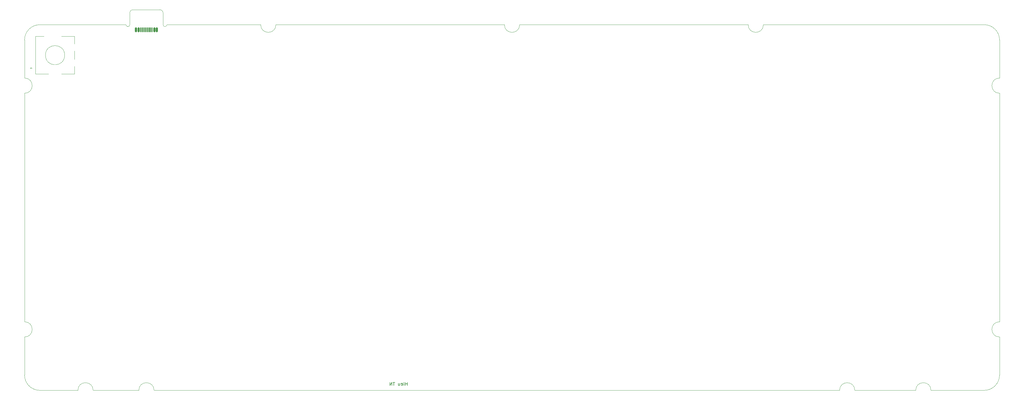
<source format=gbo>
%TF.GenerationSoftware,KiCad,Pcbnew,(6.0.2-0)*%
%TF.CreationDate,2022-05-04T14:10:50+07:00*%
%TF.ProjectId,kb-lone,6b622d6c-6f6e-4652-9e6b-696361645f70,rev?*%
%TF.SameCoordinates,Original*%
%TF.FileFunction,Legend,Bot*%
%TF.FilePolarity,Positive*%
%FSLAX46Y46*%
G04 Gerber Fmt 4.6, Leading zero omitted, Abs format (unit mm)*
G04 Created by KiCad (PCBNEW (6.0.2-0)) date 2022-05-04 14:10:50*
%MOMM*%
%LPD*%
G01*
G04 APERTURE LIST*
G04 Aperture macros list*
%AMRoundRect*
0 Rectangle with rounded corners*
0 $1 Rounding radius*
0 $2 $3 $4 $5 $6 $7 $8 $9 X,Y pos of 4 corners*
0 Add a 4 corners polygon primitive as box body*
4,1,4,$2,$3,$4,$5,$6,$7,$8,$9,$2,$3,0*
0 Add four circle primitives for the rounded corners*
1,1,$1+$1,$2,$3*
1,1,$1+$1,$4,$5*
1,1,$1+$1,$6,$7*
1,1,$1+$1,$8,$9*
0 Add four rect primitives between the rounded corners*
20,1,$1+$1,$2,$3,$4,$5,0*
20,1,$1+$1,$4,$5,$6,$7,0*
20,1,$1+$1,$6,$7,$8,$9,0*
20,1,$1+$1,$8,$9,$2,$3,0*%
G04 Aperture macros list end*
%TA.AperFunction,Profile*%
%ADD10C,0.100000*%
%TD*%
%ADD11C,0.150000*%
%ADD12C,0.120000*%
%ADD13C,4.250000*%
%ADD14C,3.302000*%
%ADD15C,1.701800*%
%ADD16C,3.987800*%
%ADD17C,4.000000*%
%ADD18C,2.900000*%
%ADD19O,2.500000X3.000000*%
%ADD20C,2.500000*%
%ADD21R,1.524000X1.524000*%
%ADD22O,1.524000X1.524000*%
%ADD23C,3.048000*%
%ADD24O,4.500000X8.500000*%
%ADD25C,5.300000*%
%ADD26R,1.700000X1.700000*%
%ADD27O,1.700000X1.700000*%
%ADD28C,5.080000*%
%ADD29R,2.000000X2.000000*%
%ADD30C,2.000000*%
%ADD31R,3.200000X2.000000*%
%ADD32C,0.650000*%
%ADD33RoundRect,0.150000X-0.150000X-0.575000X0.150000X-0.575000X0.150000X0.575000X-0.150000X0.575000X0*%
%ADD34RoundRect,0.075000X-0.075000X-0.650000X0.075000X-0.650000X0.075000X0.650000X-0.075000X0.650000X0*%
%ADD35O,1.100000X2.200000*%
%ADD36O,1.300000X1.900000*%
G04 APERTURE END LIST*
D10*
X311943750Y-169068750D02*
X330993750Y-169068750D01*
X92868750Y-169068750D02*
X307181250Y-169068750D01*
X126206250Y-54768750D02*
G75*
G03*
X130968750Y-54768750I2381250J0D01*
G01*
X95690000Y-54768842D02*
G75*
G03*
X96880626Y-54768796I595313J0D01*
G01*
X357187500Y-164306250D02*
X357187500Y-152400000D01*
X95692892Y-51087104D02*
X95690000Y-54768842D01*
X57150000Y-169068750D02*
X69056250Y-169068750D01*
X73818750Y-169068750D02*
X88106250Y-169068750D01*
X357187500Y-71437500D02*
G75*
G03*
X357187500Y-76200000I0J-2381250D01*
G01*
X335756250Y-169068750D02*
G75*
G03*
X330993750Y-169068750I-2381250J0D01*
G01*
X52387500Y-59531250D02*
X52387500Y-71437500D01*
X52387500Y-164306250D02*
G75*
G03*
X57150000Y-169068750I4762500J0D01*
G01*
X126206250Y-54768750D02*
X96880626Y-54768796D01*
X352425000Y-54768750D02*
X283368750Y-54768750D01*
X357187500Y-147637500D02*
X357187500Y-76200000D01*
X86287104Y-50087108D02*
X94692896Y-50087108D01*
X85287108Y-51087104D02*
X85287108Y-54768750D01*
X57150000Y-54768750D02*
G75*
G03*
X52387500Y-59531250I0J-4762500D01*
G01*
X202406250Y-54768750D02*
G75*
G03*
X207168750Y-54768750I2381250J0D01*
G01*
X278606250Y-54768750D02*
G75*
G03*
X283368750Y-54768750I2381250J0D01*
G01*
X352425000Y-169068750D02*
G75*
G03*
X357187500Y-164306250I0J4762500D01*
G01*
X95692892Y-51087104D02*
G75*
G03*
X94692896Y-50087108I-999996J0D01*
G01*
X84096482Y-54768796D02*
G75*
G03*
X85287108Y-54768750I595313J0D01*
G01*
X311943750Y-169068750D02*
G75*
G03*
X307181250Y-169068750I-2381250J0D01*
G01*
X84096482Y-54768796D02*
X57150000Y-54768750D01*
X335756250Y-169068750D02*
X352425000Y-169068750D01*
X357187500Y-59531250D02*
G75*
G03*
X352425000Y-54768750I-4762500J0D01*
G01*
X278606250Y-54768750D02*
X207168750Y-54768750D01*
X357187500Y-71437500D02*
X357187500Y-59531250D01*
X357187500Y-147637500D02*
G75*
G03*
X357187500Y-152400000I0J-2381250D01*
G01*
X73818750Y-169068750D02*
G75*
G03*
X69056250Y-169068750I-2381250J0D01*
G01*
X86287104Y-50087108D02*
G75*
G03*
X85287108Y-51087104I0J-999996D01*
G01*
X52387500Y-76200000D02*
X52387500Y-147637500D01*
X52387500Y-152400000D02*
G75*
G03*
X52387500Y-147637500I0J2381250D01*
G01*
X52387500Y-76200000D02*
G75*
G03*
X52387500Y-71437500I0J2381250D01*
G01*
X52387500Y-152400000D02*
X52387500Y-164306250D01*
X92868750Y-169068750D02*
G75*
G03*
X88106250Y-169068750I-2381250J0D01*
G01*
X202406250Y-54768750D02*
X130968750Y-54768750D01*
D11*
X172050476Y-167552380D02*
X172050476Y-166552380D01*
X172050476Y-167028571D02*
X171479047Y-167028571D01*
X171479047Y-167552380D02*
X171479047Y-166552380D01*
X171002857Y-167552380D02*
X171002857Y-166885714D01*
X171002857Y-166552380D02*
X171050476Y-166600000D01*
X171002857Y-166647619D01*
X170955238Y-166600000D01*
X171002857Y-166552380D01*
X171002857Y-166647619D01*
X170145714Y-167504761D02*
X170240952Y-167552380D01*
X170431428Y-167552380D01*
X170526666Y-167504761D01*
X170574285Y-167409523D01*
X170574285Y-167028571D01*
X170526666Y-166933333D01*
X170431428Y-166885714D01*
X170240952Y-166885714D01*
X170145714Y-166933333D01*
X170098095Y-167028571D01*
X170098095Y-167123809D01*
X170574285Y-167219047D01*
X169240952Y-166885714D02*
X169240952Y-167552380D01*
X169669523Y-166885714D02*
X169669523Y-167409523D01*
X169621904Y-167504761D01*
X169526666Y-167552380D01*
X169383809Y-167552380D01*
X169288571Y-167504761D01*
X169240952Y-167457142D01*
X168145714Y-166552380D02*
X167574285Y-166552380D01*
X167860000Y-167552380D02*
X167860000Y-166552380D01*
X167240952Y-167552380D02*
X167240952Y-166552380D01*
X166669523Y-167552380D01*
X166669523Y-166552380D01*
D12*
%TO.C,SW84*%
X55825000Y-70193750D02*
X55825000Y-58393750D01*
X54725000Y-68393750D02*
X54425000Y-68093750D01*
X68025000Y-60793750D02*
X68025000Y-58393750D01*
X54125000Y-68393750D02*
X54725000Y-68393750D01*
X54425000Y-68093750D02*
X54125000Y-68393750D01*
X61425000Y-64293750D02*
X62425000Y-64293750D01*
X68025000Y-65593750D02*
X68025000Y-62993750D01*
X63925000Y-70193750D02*
X68025000Y-70193750D01*
X68025000Y-58393750D02*
X63925000Y-58393750D01*
X68025000Y-70193750D02*
X68025000Y-67793750D01*
X59925000Y-58393750D02*
X55825000Y-58393750D01*
X61925000Y-64793750D02*
X61925000Y-63793750D01*
X59925000Y-70193750D02*
X55825000Y-70193750D01*
X64925000Y-64293750D02*
G75*
G03*
X64925000Y-64293750I-3000000J0D01*
G01*
%TD*%
%LPC*%
D13*
%TO.C,D131*%
X295275000Y-126520000D03*
%TD*%
%TO.C,D143*%
X335756250Y-145570000D03*
%TD*%
D14*
%TO.C,SW56*%
X140335000Y-116363750D03*
X146685000Y-118903750D03*
D15*
X137795000Y-121443750D03*
X147955000Y-121443750D03*
D16*
X142875000Y-121443750D03*
%TD*%
D14*
%TO.C,SW33*%
X303847500Y-99853750D03*
X297497500Y-97313750D03*
D15*
X305117500Y-102393750D03*
D16*
X300037500Y-102393750D03*
D15*
X294957500Y-102393750D03*
%TD*%
D14*
%TO.C,SW72*%
X84772500Y-137953750D03*
D16*
X80962500Y-140493750D03*
D14*
X78422500Y-135413750D03*
D15*
X75882500Y-140493750D03*
X86042500Y-140493750D03*
%TD*%
D13*
%TO.C,D96*%
X138112500Y-69370000D03*
%TD*%
%TO.C,D158*%
X321468750Y-164620000D03*
%TD*%
D15*
%TO.C,SW7*%
X257492500Y-64293750D03*
X247332500Y-64293750D03*
D14*
X249872500Y-59213750D03*
X256222500Y-61753750D03*
D16*
X252412500Y-64293750D03*
%TD*%
D14*
%TO.C,SW81*%
X103822500Y-157003750D03*
D16*
X100012500Y-159543750D03*
D15*
X105092500Y-159543750D03*
X94932500Y-159543750D03*
D14*
X97472500Y-154463750D03*
%TD*%
D13*
%TO.C,D110*%
X138112500Y-88420000D03*
%TD*%
D15*
%TO.C,SW70*%
X128270000Y-140493750D03*
X138430000Y-140493750D03*
D16*
X133350000Y-140493750D03*
D14*
X137160000Y-137953750D03*
X130810000Y-135413750D03*
%TD*%
D15*
%TO.C,SW37*%
X228917500Y-102393750D03*
D14*
X221297500Y-97313750D03*
X227647500Y-99853750D03*
D15*
X218757500Y-102393750D03*
D16*
X223837500Y-102393750D03*
%TD*%
D13*
%TO.C,D117*%
X280987500Y-107470000D03*
%TD*%
%TO.C,D148*%
X228600000Y-145570000D03*
%TD*%
D14*
%TO.C,SW54*%
X184785000Y-118903750D03*
D15*
X175895000Y-121443750D03*
X186055000Y-121443750D03*
D14*
X178435000Y-116363750D03*
D16*
X180975000Y-121443750D03*
%TD*%
%TO.C,SW6*%
X271462500Y-64293750D03*
D14*
X275272500Y-61753750D03*
X268922500Y-59213750D03*
D15*
X266382500Y-64293750D03*
X276542500Y-64293750D03*
%TD*%
D13*
%TO.C,D119*%
X242887500Y-107470000D03*
%TD*%
%TO.C,D111*%
X119062500Y-88420000D03*
%TD*%
D15*
%TO.C,SW74*%
X350361250Y-159543750D03*
D14*
X349091250Y-157003750D03*
D15*
X340201250Y-159543750D03*
D16*
X345281250Y-159543750D03*
D14*
X342741250Y-154463750D03*
%TD*%
%TO.C,SW16*%
X351472500Y-80803750D03*
D16*
X347662500Y-83343750D03*
D14*
X345122500Y-78263750D03*
D15*
X342582500Y-83343750D03*
X352742500Y-83343750D03*
%TD*%
D13*
%TO.C,D123*%
X166687500Y-107470000D03*
%TD*%
D17*
%TO.C,H9*%
X98160000Y-65490000D03*
%TD*%
D15*
%TO.C,SW12*%
X162242500Y-64293750D03*
D16*
X157162500Y-64293750D03*
D15*
X152082500Y-64293750D03*
D14*
X160972500Y-61753750D03*
X154622500Y-59213750D03*
%TD*%
D13*
%TO.C,D149*%
X209550000Y-145570000D03*
%TD*%
D14*
%TO.C,SW75*%
X318928750Y-154463750D03*
D16*
X321468750Y-159543750D03*
D15*
X316388750Y-159543750D03*
D14*
X325278750Y-157003750D03*
D15*
X326548750Y-159543750D03*
%TD*%
D14*
%TO.C,SW39*%
X189547500Y-99853750D03*
D15*
X190817500Y-102393750D03*
D16*
X185737500Y-102393750D03*
D15*
X180657500Y-102393750D03*
D14*
X183197500Y-97313750D03*
%TD*%
D13*
%TO.C,D159*%
X297656250Y-164620000D03*
%TD*%
D14*
%TO.C,SW11*%
X180022500Y-61753750D03*
D15*
X171132500Y-64293750D03*
D16*
X176212500Y-64293750D03*
D15*
X181292500Y-64293750D03*
D14*
X173672500Y-59213750D03*
%TD*%
D18*
%TO.C,H1*%
X81650000Y-61510000D03*
%TD*%
D13*
%TO.C,D136*%
X200025000Y-126520000D03*
%TD*%
D16*
%TO.C,SW15*%
X61912500Y-64293750D03*
D15*
X66992500Y-64293750D03*
X56832500Y-64293750D03*
D19*
X59412500Y-59493750D03*
D20*
X65612500Y-61693750D03*
X64412500Y-60293750D03*
%TD*%
D13*
%TO.C,D88*%
X290512500Y-69370000D03*
%TD*%
D15*
%TO.C,SW27*%
X133032500Y-83343750D03*
D14*
X141922500Y-80803750D03*
D16*
X138112500Y-83343750D03*
D14*
X135572500Y-78263750D03*
D15*
X143192500Y-83343750D03*
%TD*%
D13*
%TO.C,D99*%
X347662500Y-88420000D03*
%TD*%
%TO.C,D127*%
X85725000Y-107470000D03*
%TD*%
%TO.C,D95*%
X157162500Y-69370000D03*
%TD*%
D15*
%TO.C,SW82*%
X86042500Y-159543750D03*
X75882500Y-159543750D03*
D14*
X84772500Y-157003750D03*
X78422500Y-154463750D03*
D16*
X80962500Y-159543750D03*
%TD*%
D13*
%TO.C,D134*%
X238125000Y-126520000D03*
%TD*%
D14*
%TO.C,SW8*%
X230822500Y-59213750D03*
D16*
X233362500Y-64293750D03*
D14*
X237172500Y-61753750D03*
D15*
X228282500Y-64293750D03*
X238442500Y-64293750D03*
%TD*%
%TO.C,SW71*%
X102076250Y-140493750D03*
X112236250Y-140493750D03*
D14*
X110966250Y-137953750D03*
D16*
X107156250Y-140493750D03*
D14*
X104616250Y-135413750D03*
%TD*%
D13*
%TO.C,D163*%
X119062500Y-164620000D03*
%TD*%
D15*
%TO.C,SW83*%
X56832500Y-159543750D03*
D14*
X59372500Y-154463750D03*
D16*
X61912500Y-159543750D03*
D14*
X65722500Y-157003750D03*
D15*
X66992500Y-159543750D03*
%TD*%
D16*
%TO.C,SW41*%
X147637500Y-102393750D03*
D15*
X142557500Y-102393750D03*
D14*
X145097500Y-97313750D03*
X151447500Y-99853750D03*
D15*
X152717500Y-102393750D03*
%TD*%
D13*
%TO.C,D89*%
X271462500Y-69370000D03*
%TD*%
D15*
%TO.C,SW9*%
X219392500Y-64293750D03*
D14*
X218122500Y-61753750D03*
X211772500Y-59213750D03*
D15*
X209232500Y-64293750D03*
D16*
X214312500Y-64293750D03*
%TD*%
%TO.C,SW69*%
X152400000Y-140493750D03*
D15*
X157480000Y-140493750D03*
D14*
X156210000Y-137953750D03*
D15*
X147320000Y-140493750D03*
D14*
X149860000Y-135413750D03*
%TD*%
D13*
%TO.C,D141*%
X92868750Y-126520000D03*
%TD*%
%TO.C,D137*%
X180975000Y-126520000D03*
%TD*%
%TO.C,D155*%
X80962500Y-145570000D03*
%TD*%
D14*
%TO.C,SW18*%
X307022500Y-78263750D03*
D16*
X309562500Y-83343750D03*
D15*
X304482500Y-83343750D03*
D14*
X313372500Y-80803750D03*
D15*
X314642500Y-83343750D03*
%TD*%
D16*
%TO.C,SW24*%
X195262500Y-83343750D03*
D14*
X199072500Y-80803750D03*
D15*
X200342500Y-83343750D03*
D14*
X192722500Y-78263750D03*
D15*
X190182500Y-83343750D03*
%TD*%
D13*
%TO.C,D100*%
X328612500Y-88420000D03*
%TD*%
D14*
%TO.C,SW44*%
X83185000Y-97313750D03*
D15*
X90805000Y-102393750D03*
D16*
X85725000Y-102393750D03*
D14*
X89535000Y-99853750D03*
D15*
X80645000Y-102393750D03*
%TD*%
%TO.C,SW31*%
X337820000Y-102393750D03*
D14*
X346710000Y-99853750D03*
D15*
X347980000Y-102393750D03*
D16*
X342900000Y-102393750D03*
D14*
X340360000Y-97313750D03*
%TD*%
D13*
%TO.C,D156*%
X61912500Y-145570000D03*
%TD*%
%TO.C,D165*%
X80962500Y-164620000D03*
%TD*%
%TO.C,D151*%
X171450000Y-145570000D03*
%TD*%
D14*
%TO.C,SW78*%
X154622500Y-154463750D03*
D16*
X157162500Y-159543750D03*
D14*
X160972500Y-157003750D03*
D15*
X162242500Y-159543750D03*
X152082500Y-159543750D03*
%TD*%
D13*
%TO.C,D93*%
X195262500Y-69370000D03*
%TD*%
D15*
%TO.C,SW26*%
X162242500Y-83343750D03*
X152082500Y-83343750D03*
D14*
X160972500Y-80803750D03*
D16*
X157162500Y-83343750D03*
D14*
X154622500Y-78263750D03*
%TD*%
%TO.C,SW46*%
X337978750Y-116363750D03*
X344328750Y-118903750D03*
D15*
X335438750Y-121443750D03*
X345598750Y-121443750D03*
D16*
X340518750Y-121443750D03*
%TD*%
D14*
%TO.C,SW50*%
X254635000Y-116363750D03*
D15*
X252095000Y-121443750D03*
X262255000Y-121443750D03*
D14*
X260985000Y-118903750D03*
D16*
X257175000Y-121443750D03*
%TD*%
D13*
%TO.C,D125*%
X128587500Y-107470000D03*
%TD*%
%TO.C,D113*%
X61912500Y-88420000D03*
%TD*%
%TO.C,D140*%
X123825000Y-126520000D03*
%TD*%
%TO.C,D122*%
X185737500Y-107470000D03*
%TD*%
%TO.C,D162*%
X138112500Y-164620000D03*
%TD*%
D16*
%TO.C,SW5*%
X290512500Y-64293750D03*
D14*
X287972500Y-59213750D03*
X294322500Y-61753750D03*
D15*
X285432500Y-64293750D03*
X295592500Y-64293750D03*
%TD*%
D13*
%TO.C,D107*%
X195262500Y-88420000D03*
%TD*%
%TO.C,D86*%
X328612500Y-69370000D03*
%TD*%
%TO.C,D142*%
X61912500Y-126520000D03*
%TD*%
%TO.C,D146*%
X266700000Y-145570000D03*
%TD*%
D15*
%TO.C,SW48*%
X290195000Y-121443750D03*
D14*
X292735000Y-116363750D03*
D16*
X295275000Y-121443750D03*
D15*
X300355000Y-121443750D03*
D14*
X299085000Y-118903750D03*
%TD*%
D16*
%TO.C,SW64*%
X247650000Y-140493750D03*
D15*
X252730000Y-140493750D03*
X242570000Y-140493750D03*
D14*
X251460000Y-137953750D03*
X245110000Y-135413750D03*
%TD*%
D13*
%TO.C,D114*%
X342900000Y-107470000D03*
%TD*%
D14*
%TO.C,SW55*%
X165735000Y-118903750D03*
D16*
X161925000Y-121443750D03*
D15*
X156845000Y-121443750D03*
X167005000Y-121443750D03*
D14*
X159385000Y-116363750D03*
%TD*%
%TO.C,SW51*%
X235585000Y-116363750D03*
D15*
X243205000Y-121443750D03*
D14*
X241935000Y-118903750D03*
D16*
X238125000Y-121443750D03*
D15*
X233045000Y-121443750D03*
%TD*%
D14*
%TO.C,SW3*%
X332422500Y-61753750D03*
X326072500Y-59213750D03*
D15*
X323532500Y-64293750D03*
X333692500Y-64293750D03*
D16*
X328612500Y-64293750D03*
%TD*%
D21*
%TO.C,X1*%
X86680000Y-74010000D03*
D22*
X89220000Y-74010000D03*
X91760000Y-74010000D03*
X94300000Y-74010000D03*
%TD*%
D14*
%TO.C,SW59*%
X59372500Y-116363750D03*
X65722500Y-118903750D03*
D15*
X56832500Y-121443750D03*
X66992500Y-121443750D03*
D16*
X61912500Y-121443750D03*
%TD*%
D13*
%TO.C,D124*%
X147637500Y-107470000D03*
%TD*%
D14*
%TO.C,SW17*%
X326072500Y-78263750D03*
D16*
X328612500Y-83343750D03*
D14*
X332422500Y-80803750D03*
D15*
X323532500Y-83343750D03*
X333692500Y-83343750D03*
%TD*%
D16*
%TO.C,SW67*%
X190500000Y-140493750D03*
D14*
X187960000Y-135413750D03*
D15*
X185420000Y-140493750D03*
D14*
X194310000Y-137953750D03*
D15*
X195580000Y-140493750D03*
%TD*%
D16*
%TO.C,SW40*%
X166687500Y-102393750D03*
D15*
X161607500Y-102393750D03*
X171767500Y-102393750D03*
D14*
X170497500Y-99853750D03*
X164147500Y-97313750D03*
%TD*%
D15*
%TO.C,SW43*%
X114617500Y-102393750D03*
D16*
X109537500Y-102393750D03*
D14*
X106997500Y-97313750D03*
X113347500Y-99853750D03*
D15*
X104457500Y-102393750D03*
%TD*%
D13*
%TO.C,D157*%
X345281250Y-164620000D03*
%TD*%
%TO.C,D154*%
X107156250Y-145570000D03*
%TD*%
%TO.C,D138*%
X161925000Y-126520000D03*
%TD*%
%TO.C,D139*%
X142875000Y-126520000D03*
%TD*%
%TO.C,D112*%
X90487500Y-88420000D03*
%TD*%
D14*
%TO.C,SW60*%
X339566250Y-137953750D03*
D15*
X330676250Y-140493750D03*
X340836250Y-140493750D03*
D16*
X323818250Y-148748750D03*
X347694250Y-148748750D03*
D14*
X333216250Y-135413750D03*
D23*
X323818250Y-133508750D03*
D16*
X335756250Y-140493750D03*
D23*
X347694250Y-133508750D03*
%TD*%
D13*
%TO.C,D118*%
X261937500Y-107470000D03*
%TD*%
%TO.C,D161*%
X157162500Y-164640000D03*
%TD*%
%TO.C,D144*%
X304800000Y-145570000D03*
%TD*%
D14*
%TO.C,SW35*%
X265747500Y-99853750D03*
D15*
X256857500Y-102393750D03*
D14*
X259397500Y-97313750D03*
D16*
X261937500Y-102393750D03*
D15*
X267017500Y-102393750D03*
%TD*%
D14*
%TO.C,SW25*%
X180022500Y-80803750D03*
D15*
X171132500Y-83343750D03*
D14*
X173672500Y-78263750D03*
D16*
X176212500Y-83343750D03*
D15*
X181292500Y-83343750D03*
%TD*%
D14*
%TO.C,SW49*%
X273685000Y-116363750D03*
D15*
X271145000Y-121443750D03*
D14*
X280035000Y-118903750D03*
D15*
X281305000Y-121443750D03*
D16*
X276225000Y-121443750D03*
%TD*%
%TO.C,SW2*%
X347662500Y-64293750D03*
D15*
X352742500Y-64293750D03*
D14*
X345122500Y-59213750D03*
D15*
X342582500Y-64293750D03*
D14*
X351472500Y-61753750D03*
%TD*%
%TO.C,SW21*%
X256222500Y-80803750D03*
D15*
X257492500Y-83343750D03*
D16*
X252412500Y-83343750D03*
D14*
X249872500Y-78263750D03*
D15*
X247332500Y-83343750D03*
%TD*%
D13*
%TO.C,D94*%
X176212500Y-69370000D03*
%TD*%
D14*
%TO.C,SW73*%
X65722500Y-137953750D03*
D16*
X61912500Y-140493750D03*
D15*
X66992500Y-140493750D03*
X56832500Y-140493750D03*
D14*
X59372500Y-135413750D03*
%TD*%
D13*
%TO.C,D90*%
X252412500Y-69370000D03*
%TD*%
%TO.C,D135*%
X219075000Y-126520000D03*
%TD*%
D16*
%TO.C,SW47*%
X314325000Y-121443750D03*
D15*
X309245000Y-121443750D03*
D14*
X311785000Y-116363750D03*
D15*
X319405000Y-121443750D03*
D14*
X318135000Y-118903750D03*
%TD*%
D13*
%TO.C,D166*%
X61912500Y-164620000D03*
%TD*%
D14*
%TO.C,SW14*%
X116522500Y-59213750D03*
D15*
X113982500Y-64293750D03*
D16*
X119062500Y-64293750D03*
D14*
X122872500Y-61753750D03*
D15*
X124142500Y-64293750D03*
%TD*%
D16*
%TO.C,SW36*%
X242887500Y-102393750D03*
D14*
X240347500Y-97313750D03*
D15*
X237807500Y-102393750D03*
D14*
X246697500Y-99853750D03*
D15*
X247967500Y-102393750D03*
%TD*%
D13*
%TO.C,D87*%
X309562500Y-69370000D03*
%TD*%
D14*
%TO.C,SW65*%
X226060000Y-135413750D03*
D15*
X233680000Y-140493750D03*
D14*
X232410000Y-137953750D03*
D15*
X223520000Y-140493750D03*
D16*
X228600000Y-140493750D03*
%TD*%
D13*
%TO.C,D150*%
X190500000Y-145570000D03*
%TD*%
D15*
%TO.C,SW61*%
X299720000Y-140493750D03*
D16*
X304800000Y-140493750D03*
D14*
X302260000Y-135413750D03*
D15*
X309880000Y-140493750D03*
D14*
X308610000Y-137953750D03*
%TD*%
D13*
%TO.C,D97*%
X119062500Y-69370000D03*
%TD*%
D15*
%TO.C,SW30*%
X66992500Y-83343750D03*
D14*
X65722500Y-80803750D03*
D16*
X61912500Y-83343750D03*
D14*
X59372500Y-78263750D03*
D15*
X56832500Y-83343750D03*
%TD*%
D16*
%TO.C,SW57*%
X123825000Y-121443750D03*
D15*
X118745000Y-121443750D03*
D14*
X127635000Y-118903750D03*
D15*
X128905000Y-121443750D03*
D14*
X121285000Y-116363750D03*
%TD*%
D13*
%TO.C,D128*%
X61912500Y-107470000D03*
%TD*%
%TO.C,D102*%
X290512500Y-88420000D03*
%TD*%
%TO.C,D98*%
X61912500Y-69370000D03*
%TD*%
%TO.C,D92*%
X214312500Y-69370000D03*
%TD*%
%TO.C,D147*%
X247650000Y-145570000D03*
%TD*%
%TO.C,D126*%
X109537500Y-107470000D03*
%TD*%
D15*
%TO.C,SW22*%
X238442500Y-83343750D03*
D14*
X237172500Y-80803750D03*
D16*
X233362500Y-83343750D03*
D14*
X230822500Y-78263750D03*
D15*
X228282500Y-83343750D03*
%TD*%
D13*
%TO.C,D109*%
X157162500Y-88420000D03*
%TD*%
%TO.C,D85*%
X347662500Y-69370000D03*
%TD*%
%TO.C,D130*%
X314325000Y-126520000D03*
%TD*%
%TO.C,D116*%
X300037500Y-107470000D03*
%TD*%
D15*
%TO.C,SW34*%
X275907500Y-102393750D03*
D16*
X280987500Y-102393750D03*
D14*
X278447500Y-97313750D03*
X284797500Y-99853750D03*
D15*
X286067500Y-102393750D03*
%TD*%
D13*
%TO.C,D145*%
X285750000Y-145570000D03*
%TD*%
D16*
%TO.C,SW52*%
X219075000Y-121443750D03*
D14*
X222885000Y-118903750D03*
X216535000Y-116363750D03*
D15*
X213995000Y-121443750D03*
X224155000Y-121443750D03*
%TD*%
D16*
%TO.C,SW63*%
X266700000Y-140493750D03*
D15*
X261620000Y-140493750D03*
D14*
X270510000Y-137953750D03*
D15*
X271780000Y-140493750D03*
D14*
X264160000Y-135413750D03*
%TD*%
%TO.C,SW45*%
X65722500Y-99853750D03*
D16*
X61912500Y-102393750D03*
D14*
X59372500Y-97313750D03*
D15*
X66992500Y-102393750D03*
X56832500Y-102393750D03*
%TD*%
D14*
%TO.C,SW20*%
X275272500Y-80803750D03*
D15*
X266382500Y-83343750D03*
X276542500Y-83343750D03*
D16*
X271462500Y-83343750D03*
D14*
X268922500Y-78263750D03*
%TD*%
D13*
%TO.C,D153*%
X133350000Y-145570000D03*
%TD*%
D14*
%TO.C,SW4*%
X313372500Y-61753750D03*
D16*
X309562500Y-64293750D03*
D15*
X304482500Y-64293750D03*
D14*
X307022500Y-59213750D03*
D15*
X314642500Y-64293750D03*
%TD*%
D13*
%TO.C,D103*%
X271462500Y-88420000D03*
%TD*%
D14*
%TO.C,SW42*%
X132397500Y-99853750D03*
D16*
X128587500Y-102393750D03*
D15*
X133667500Y-102393750D03*
X123507500Y-102393750D03*
D14*
X126047500Y-97313750D03*
%TD*%
D15*
%TO.C,SW76*%
X302736250Y-159543750D03*
D14*
X301466250Y-157003750D03*
X295116250Y-154463750D03*
D16*
X297656250Y-159543750D03*
D15*
X292576250Y-159543750D03*
%TD*%
%TO.C,SW38*%
X209867500Y-102393750D03*
X199707500Y-102393750D03*
D14*
X208597500Y-99853750D03*
X202247500Y-97313750D03*
D16*
X204787500Y-102393750D03*
%TD*%
%TO.C,SW58*%
X104806750Y-113188750D03*
D23*
X104806750Y-128428750D03*
D15*
X97948750Y-121443750D03*
X87788750Y-121443750D03*
D16*
X80930750Y-113188750D03*
X92868750Y-121443750D03*
D14*
X90328750Y-116363750D03*
D23*
X80930750Y-128428750D03*
D14*
X96678750Y-118903750D03*
%TD*%
D13*
%TO.C,D152*%
X152400000Y-145570000D03*
%TD*%
%TO.C,D106*%
X214312500Y-88420000D03*
%TD*%
D14*
%TO.C,SW32*%
X322897500Y-99853750D03*
D15*
X324167500Y-102393750D03*
X314007500Y-102393750D03*
D14*
X316547500Y-97313750D03*
D16*
X319087500Y-102393750D03*
%TD*%
D13*
%TO.C,D108*%
X176212500Y-88420000D03*
%TD*%
%TO.C,D104*%
X252412500Y-88420000D03*
%TD*%
D23*
%TO.C,SW29*%
X102425500Y-76358750D03*
D15*
X85407500Y-83343750D03*
D16*
X102425500Y-91598750D03*
D15*
X95567500Y-83343750D03*
D14*
X94297500Y-80803750D03*
D23*
X78549500Y-76358750D03*
D14*
X87947500Y-78263750D03*
D16*
X78549500Y-91598750D03*
X90487500Y-83343750D03*
%TD*%
D13*
%TO.C,D105*%
X233362500Y-88420000D03*
%TD*%
D15*
%TO.C,SW68*%
X176530000Y-140493750D03*
D16*
X171450000Y-140493750D03*
D14*
X168910000Y-135413750D03*
X175260000Y-137953750D03*
D15*
X166370000Y-140493750D03*
%TD*%
D14*
%TO.C,SW53*%
X197485000Y-116363750D03*
X203835000Y-118903750D03*
D15*
X194945000Y-121443750D03*
X205105000Y-121443750D03*
D16*
X200025000Y-121443750D03*
%TD*%
D13*
%TO.C,D132*%
X276225000Y-126520000D03*
%TD*%
D15*
%TO.C,SW79*%
X133032500Y-159543750D03*
X143192500Y-159543750D03*
D14*
X141922500Y-157003750D03*
D16*
X138112500Y-159543750D03*
D14*
X135572500Y-154463750D03*
%TD*%
%TO.C,SW10*%
X192722500Y-59213750D03*
D15*
X200342500Y-64293750D03*
X190182500Y-64293750D03*
D14*
X199072500Y-61753750D03*
D16*
X195262500Y-64293750D03*
%TD*%
D13*
%TO.C,D115*%
X319087500Y-107470000D03*
%TD*%
D14*
%TO.C,SW80*%
X116522500Y-154463750D03*
D15*
X124142500Y-159543750D03*
D16*
X119062500Y-159543750D03*
D14*
X122872500Y-157003750D03*
D15*
X113982500Y-159543750D03*
%TD*%
D13*
%TO.C,D129*%
X340518750Y-126520000D03*
%TD*%
D14*
%TO.C,SW13*%
X135572500Y-59213750D03*
X141922500Y-61753750D03*
D15*
X133032500Y-64293750D03*
X143192500Y-64293750D03*
D16*
X138112500Y-64293750D03*
%TD*%
%TO.C,SW62*%
X285750000Y-140493750D03*
D15*
X290830000Y-140493750D03*
D14*
X289560000Y-137953750D03*
D15*
X280670000Y-140493750D03*
D14*
X283210000Y-135413750D03*
%TD*%
D13*
%TO.C,D164*%
X100012500Y-164620000D03*
%TD*%
D14*
%TO.C,SW77*%
X230028750Y-157003750D03*
D16*
X176180750Y-151288750D03*
D14*
X223678750Y-154463750D03*
D15*
X231298750Y-159543750D03*
D16*
X276256750Y-151288750D03*
D15*
X221138750Y-159543750D03*
D16*
X226218750Y-159543750D03*
D23*
X176180750Y-166528750D03*
X276256750Y-166528750D03*
%TD*%
D14*
%TO.C,SW28*%
X122872500Y-80803750D03*
D16*
X119062500Y-83343750D03*
D14*
X116522500Y-78263750D03*
D15*
X124142500Y-83343750D03*
X113982500Y-83343750D03*
%TD*%
D13*
%TO.C,D121*%
X204787500Y-107470000D03*
%TD*%
%TO.C,D120*%
X223837500Y-107470000D03*
%TD*%
D24*
%TO.C,M1*%
X169370000Y-161730000D03*
%TD*%
D13*
%TO.C,D101*%
X309562500Y-88420000D03*
%TD*%
%TO.C,D91*%
X233362500Y-69370000D03*
%TD*%
D15*
%TO.C,SW23*%
X209232500Y-83343750D03*
D16*
X214312500Y-83343750D03*
D14*
X218122500Y-80803750D03*
X211772500Y-78263750D03*
D15*
X219392500Y-83343750D03*
%TD*%
D14*
%TO.C,SW66*%
X207010000Y-135413750D03*
D15*
X214630000Y-140493750D03*
D14*
X213360000Y-137953750D03*
D16*
X209550000Y-140493750D03*
D15*
X204470000Y-140493750D03*
%TD*%
D13*
%TO.C,D160*%
X226218750Y-164620000D03*
%TD*%
%TO.C,D133*%
X257175000Y-126520000D03*
%TD*%
D15*
%TO.C,SW19*%
X295592500Y-83343750D03*
D14*
X294322500Y-80803750D03*
D16*
X290512500Y-83343750D03*
D14*
X287972500Y-78263750D03*
D15*
X285432500Y-83343750D03*
%TD*%
D25*
%TO.C,H2*%
X331580000Y-98540000D03*
%TD*%
%TO.C,H5*%
X112610000Y-118170000D03*
%TD*%
D26*
%TO.C,J4*%
X108280000Y-59469000D03*
D27*
X108280000Y-62009000D03*
X108280000Y-64549000D03*
X108280000Y-67089000D03*
D28*
X101930000Y-59850000D03*
X75260000Y-66200000D03*
%TD*%
D29*
%TO.C,SW84*%
X54425000Y-66793750D03*
D30*
X54425000Y-61793750D03*
X54425000Y-64293750D03*
D31*
X61925000Y-58693750D03*
X61925000Y-69893750D03*
D30*
X68925000Y-61793750D03*
X68925000Y-66793750D03*
%TD*%
D25*
%TO.C,H4*%
X98200000Y-98590000D03*
%TD*%
D32*
%TO.C,J1*%
X93380000Y-55011500D03*
X87600000Y-55011500D03*
D33*
X87240000Y-56337500D03*
X88040000Y-56337500D03*
D34*
X89240000Y-56337500D03*
X90236000Y-56337500D03*
X90740000Y-56337500D03*
X91740000Y-56337500D03*
D33*
X93740000Y-56337500D03*
X92940000Y-56337500D03*
D34*
X92240000Y-56337500D03*
X91240000Y-56337500D03*
X89740000Y-56337500D03*
X88740000Y-56337500D03*
D35*
X94790000Y-55562500D03*
D36*
X86190000Y-51362500D03*
D35*
X86190000Y-55562500D03*
D36*
X94790000Y-51362500D03*
%TD*%
D25*
%TO.C,H3*%
X328390000Y-118150000D03*
%TD*%
M02*

</source>
